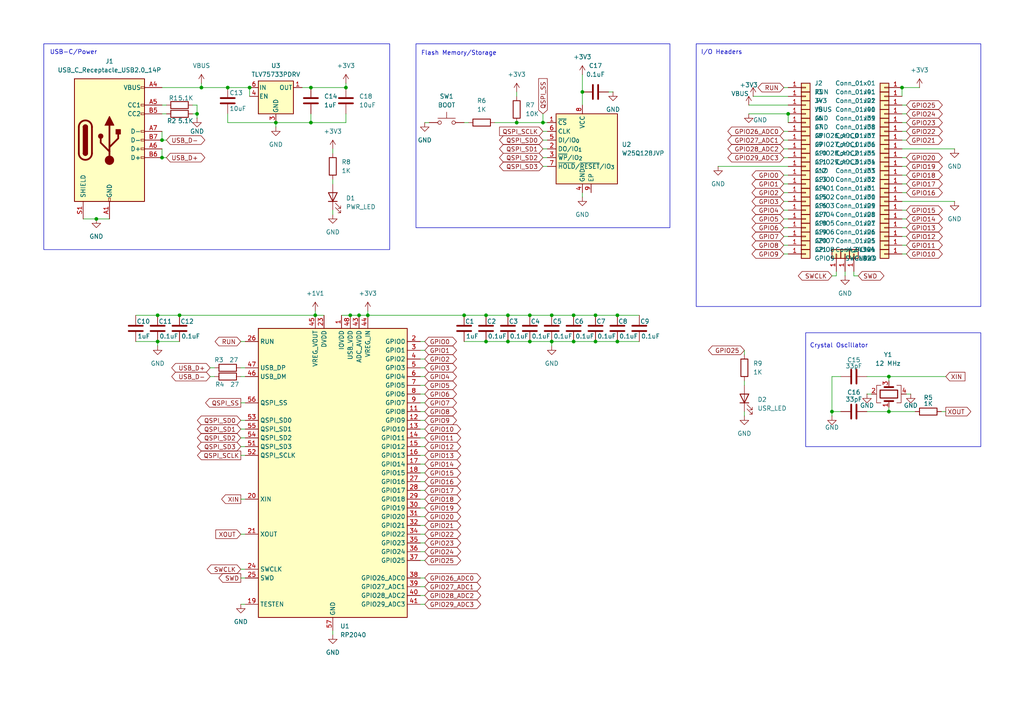
<source format=kicad_sch>
(kicad_sch (version 20250114) (generator "eeschema") (generator_version "9.0")
  (paper "A4")
  (rectangle (start 120.65 12.7) (end 194.31 66.04))
  (rectangle (start 233.68 96.52) (end 284.48 129.54))
  (rectangle (start 12.7 12.7) (end 113.03 72.39))
  (rectangle (start 201.93 12.7) (end 284.48 88.9))
  (text "USB-C/Power" (at 21.336 15.24 0) (effects (font (size 1.27 1.27))))
  (text "Crystal Oscillator" (at 243.332 100.33 0) (effects (font (size 1.27 1.27))))
  (text "Flash Memory/Storage" (at 133.096 15.494 0) (effects (font (size 1.27 1.27))))
  (text "I/O Headers\n" (at 209.296 15.24 0) (effects (font (size 1.27 1.27))))
  (junction (at 172.72 99.06))
  (junction (at 140.97 99.06))
  (junction (at 90.17 35.56))
  (junction (at 168.91 26.67))
  (junction (at 153.67 99.06))
  (junction (at 58.42 25.4))
  (junction (at 90.17 25.4))
  (junction (at 46.99 45.72))
  (junction (at 100.33 25.4))
  (junction (at 45.72 91.44))
  (junction (at 160.02 91.44))
  (junction (at 147.32 99.06))
  (junction (at 134.62 91.44))
  (junction (at 179.07 99.06))
  (junction (at 228.6 33.02))
  (junction (at 166.37 91.44))
  (junction (at 160.02 99.06))
  (junction (at 153.67 91.44))
  (junction (at 46.99 40.64))
  (junction (at 241.3 119.38))
  (junction (at 166.37 99.06))
  (junction (at 257.81 109.22))
  (junction (at 261.62 25.4))
  (junction (at 140.97 91.44))
  (junction (at 72.39 25.4))
  (junction (at 104.14 91.44))
  (junction (at 149.86 35.56))
  (junction (at 257.81 119.38))
  (junction (at 179.07 91.44))
  (junction (at 157.48 35.56))
  (junction (at 52.07 91.44))
  (junction (at 45.72 99.06))
  (junction (at 172.72 91.44))
  (junction (at 57.15 33.02))
  (junction (at 66.04 25.4))
  (junction (at 106.68 91.44))
  (junction (at 147.32 91.44))
  (junction (at 27.94 63.5))
  (junction (at 101.6 91.44))
  (junction (at 80.01 35.56))
  (junction (at 91.44 91.44))
  (wire (pts (xy 121.92 119.38) (xy 123.19 119.38)))
  (wire (pts (xy 46.99 33.02) (xy 48.26 33.02)))
  (wire (pts (xy 261.62 45.72) (xy 262.89 45.72)))
  (wire (pts (xy 69.85 116.84) (xy 71.12 116.84)))
  (wire (pts (xy 24.13 63.5) (xy 27.94 63.5)))
  (wire (pts (xy 179.07 99.06) (xy 185.42 99.06)))
  (wire (pts (xy 60.96 109.22) (xy 62.23 109.22)))
  (wire (pts (xy 106.68 91.44) (xy 134.62 91.44)))
  (wire (pts (xy 46.99 43.18) (xy 46.99 45.72)))
  (wire (pts (xy 168.91 21.59) (xy 168.91 26.67)))
  (wire (pts (xy 99.06 91.44) (xy 101.6 91.44)))
  (wire (pts (xy 87.63 25.4) (xy 90.17 25.4)))
  (wire (pts (xy 157.48 40.64) (xy 158.75 40.64)))
  (wire (pts (xy 121.92 144.78) (xy 123.19 144.78)))
  (wire (pts (xy 91.44 90.17) (xy 91.44 91.44)))
  (wire (pts (xy 227.33 63.5) (xy 228.6 63.5)))
  (wire (pts (xy 147.32 99.06) (xy 153.67 99.06)))
  (wire (pts (xy 227.33 55.88) (xy 228.6 55.88)))
  (wire (pts (xy 261.62 66.04) (xy 262.89 66.04)))
  (wire (pts (xy 69.85 129.54) (xy 71.12 129.54)))
  (wire (pts (xy 215.9 119.38) (xy 215.9 120.65)))
  (wire (pts (xy 157.48 43.18) (xy 158.75 43.18)))
  (wire (pts (xy 123.19 35.56) (xy 124.46 35.56)))
  (wire (pts (xy 121.92 116.84) (xy 123.19 116.84)))
  (wire (pts (xy 262.89 53.34) (xy 261.62 53.34)))
  (wire (pts (xy 39.37 99.06) (xy 45.72 99.06)))
  (wire (pts (xy 257.81 119.38) (xy 265.43 119.38)))
  (wire (pts (xy 227.33 71.12) (xy 228.6 71.12)))
  (wire (pts (xy 80.01 35.56) (xy 90.17 35.56)))
  (wire (pts (xy 166.37 91.44) (xy 172.72 91.44)))
  (wire (pts (xy 134.62 35.56) (xy 135.89 35.56)))
  (wire (pts (xy 261.62 35.56) (xy 262.89 35.56)))
  (wire (pts (xy 121.92 160.02) (xy 123.19 160.02)))
  (wire (pts (xy 227.33 73.66) (xy 228.6 73.66)))
  (wire (pts (xy 39.37 91.44) (xy 45.72 91.44)))
  (wire (pts (xy 160.02 99.06) (xy 166.37 99.06)))
  (wire (pts (xy 168.91 26.67) (xy 168.91 30.48)))
  (wire (pts (xy 208.28 48.26) (xy 228.6 48.26)))
  (wire (pts (xy 104.14 91.44) (xy 106.68 91.44)))
  (wire (pts (xy 69.85 175.26) (xy 71.12 175.26)))
  (wire (pts (xy 273.05 119.38) (xy 274.32 119.38)))
  (wire (pts (xy 121.92 157.48) (xy 123.19 157.48)))
  (wire (pts (xy 227.33 50.8) (xy 228.6 50.8)))
  (wire (pts (xy 121.92 154.94) (xy 123.19 154.94)))
  (wire (pts (xy 247.65 78.74) (xy 247.65 80.01)))
  (wire (pts (xy 241.3 119.38) (xy 243.84 119.38)))
  (wire (pts (xy 69.85 132.08) (xy 71.12 132.08)))
  (wire (pts (xy 140.97 91.44) (xy 147.32 91.44)))
  (wire (pts (xy 121.92 139.7) (xy 123.19 139.7)))
  (wire (pts (xy 227.33 58.42) (xy 228.6 58.42)))
  (wire (pts (xy 121.92 99.06) (xy 123.19 99.06)))
  (wire (pts (xy 227.33 53.34) (xy 228.6 53.34)))
  (wire (pts (xy 149.86 35.56) (xy 157.48 35.56)))
  (wire (pts (xy 121.92 142.24) (xy 123.19 142.24)))
  (wire (pts (xy 80.01 35.56) (xy 80.01 36.83)))
  (wire (pts (xy 227.33 66.04) (xy 228.6 66.04)))
  (wire (pts (xy 172.72 91.44) (xy 179.07 91.44)))
  (wire (pts (xy 66.04 25.4) (xy 72.39 25.4)))
  (wire (pts (xy 228.6 33.02) (xy 228.6 35.56)))
  (wire (pts (xy 121.92 129.54) (xy 123.19 129.54)))
  (wire (pts (xy 58.42 24.13) (xy 58.42 25.4)))
  (wire (pts (xy 27.94 63.5) (xy 31.75 63.5)))
  (wire (pts (xy 261.62 43.18) (xy 276.86 43.18)))
  (wire (pts (xy 69.85 127) (xy 71.12 127)))
  (wire (pts (xy 121.92 162.56) (xy 123.19 162.56)))
  (wire (pts (xy 90.17 25.4) (xy 100.33 25.4)))
  (wire (pts (xy 261.62 30.48) (xy 262.89 30.48)))
  (wire (pts (xy 121.92 172.72) (xy 123.19 172.72)))
  (wire (pts (xy 69.85 144.78) (xy 71.12 144.78)))
  (wire (pts (xy 261.62 73.66) (xy 262.89 73.66)))
  (wire (pts (xy 262.89 114.3) (xy 264.16 114.3)))
  (wire (pts (xy 69.85 109.22) (xy 71.12 109.22)))
  (wire (pts (xy 227.33 43.18) (xy 228.6 43.18)))
  (wire (pts (xy 58.42 25.4) (xy 66.04 25.4)))
  (wire (pts (xy 157.48 35.56) (xy 157.48 33.02)))
  (wire (pts (xy 251.46 114.3) (xy 252.73 114.3)))
  (wire (pts (xy 261.62 38.1) (xy 262.89 38.1)))
  (wire (pts (xy 215.9 101.6) (xy 215.9 102.87)))
  (wire (pts (xy 121.92 149.86) (xy 123.19 149.86)))
  (wire (pts (xy 69.85 124.46) (xy 71.12 124.46)))
  (wire (pts (xy 106.68 90.17) (xy 106.68 91.44)))
  (wire (pts (xy 245.11 78.74) (xy 245.11 80.01)))
  (wire (pts (xy 46.99 45.72) (xy 48.26 45.72)))
  (wire (pts (xy 147.32 91.44) (xy 153.67 91.44)))
  (wire (pts (xy 69.85 167.64) (xy 71.12 167.64)))
  (wire (pts (xy 251.46 109.22) (xy 257.81 109.22)))
  (wire (pts (xy 172.72 99.06) (xy 179.07 99.06)))
  (wire (pts (xy 241.3 119.38) (xy 241.3 120.65)))
  (wire (pts (xy 153.67 91.44) (xy 160.02 91.44)))
  (wire (pts (xy 261.62 33.02) (xy 262.89 33.02)))
  (wire (pts (xy 227.33 60.96) (xy 228.6 60.96)))
  (wire (pts (xy 121.92 175.26) (xy 123.19 175.26)))
  (wire (pts (xy 121.92 170.18) (xy 123.19 170.18)))
  (wire (pts (xy 134.62 99.06) (xy 140.97 99.06)))
  (wire (pts (xy 261.62 25.4) (xy 261.62 27.94)))
  (wire (pts (xy 143.51 35.56) (xy 149.86 35.56)))
  (wire (pts (xy 257.81 109.22) (xy 274.32 109.22)))
  (wire (pts (xy 121.92 147.32) (xy 123.19 147.32)))
  (wire (pts (xy 96.52 60.96) (xy 96.52 62.23)))
  (wire (pts (xy 45.72 99.06) (xy 52.07 99.06)))
  (wire (pts (xy 227.33 68.58) (xy 228.6 68.58)))
  (wire (pts (xy 121.92 109.22) (xy 123.19 109.22)))
  (wire (pts (xy 96.52 52.07) (xy 96.52 53.34)))
  (wire (pts (xy 46.99 30.48) (xy 48.26 30.48)))
  (wire (pts (xy 227.33 25.4) (xy 228.6 25.4)))
  (wire (pts (xy 96.52 43.18) (xy 96.52 44.45)))
  (wire (pts (xy 121.92 137.16) (xy 123.19 137.16)))
  (wire (pts (xy 55.88 30.48) (xy 57.15 30.48)))
  (wire (pts (xy 217.17 30.48) (xy 228.6 30.48)))
  (wire (pts (xy 215.9 110.49) (xy 215.9 111.76)))
  (wire (pts (xy 69.85 121.92) (xy 71.12 121.92)))
  (wire (pts (xy 134.62 91.44) (xy 140.97 91.44)))
  (wire (pts (xy 52.07 91.44) (xy 91.44 91.44)))
  (wire (pts (xy 241.3 109.22) (xy 241.3 119.38)))
  (wire (pts (xy 121.92 132.08) (xy 123.19 132.08)))
  (wire (pts (xy 227.33 38.1) (xy 228.6 38.1)))
  (wire (pts (xy 121.92 134.62) (xy 123.19 134.62)))
  (wire (pts (xy 227.33 45.72) (xy 228.6 45.72)))
  (wire (pts (xy 57.15 30.48) (xy 57.15 33.02)))
  (wire (pts (xy 261.62 58.42) (xy 276.86 58.42)))
  (wire (pts (xy 166.37 99.06) (xy 172.72 99.06)))
  (wire (pts (xy 241.3 80.01) (xy 242.57 80.01)))
  (wire (pts (xy 69.85 165.1) (xy 71.12 165.1)))
  (wire (pts (xy 121.92 114.3) (xy 123.19 114.3)))
  (wire (pts (xy 101.6 91.44) (xy 104.14 91.44)))
  (wire (pts (xy 157.48 38.1) (xy 158.75 38.1)))
  (wire (pts (xy 261.62 40.64) (xy 262.89 40.64)))
  (wire (pts (xy 100.33 33.02) (xy 100.33 35.56)))
  (wire (pts (xy 257.81 119.38) (xy 257.81 118.11)))
  (wire (pts (xy 46.99 25.4) (xy 58.42 25.4)))
  (wire (pts (xy 57.15 34.29) (xy 57.15 33.02)))
  (wire (pts (xy 251.46 119.38) (xy 257.81 119.38)))
  (wire (pts (xy 243.84 109.22) (xy 241.3 109.22)))
  (wire (pts (xy 121.92 106.68) (xy 123.19 106.68)))
  (wire (pts (xy 179.07 91.44) (xy 185.42 91.44)))
  (wire (pts (xy 121.92 152.4) (xy 123.19 152.4)))
  (wire (pts (xy 153.67 99.06) (xy 160.02 99.06)))
  (wire (pts (xy 160.02 91.44) (xy 166.37 91.44)))
  (wire (pts (xy 160.02 99.06) (xy 160.02 100.33)))
  (wire (pts (xy 218.44 27.94) (xy 228.6 27.94)))
  (wire (pts (xy 261.62 71.12) (xy 262.89 71.12)))
  (wire (pts (xy 261.62 50.8) (xy 262.89 50.8)))
  (wire (pts (xy 242.57 80.01) (xy 242.57 78.74)))
  (wire (pts (xy 157.48 45.72) (xy 158.75 45.72)))
  (wire (pts (xy 121.92 111.76) (xy 123.19 111.76)))
  (wire (pts (xy 158.75 35.56) (xy 157.48 35.56)))
  (wire (pts (xy 45.72 99.06) (xy 45.72 100.33)))
  (wire (pts (xy 121.92 127) (xy 123.19 127)))
  (wire (pts (xy 100.33 24.13) (xy 100.33 25.4)))
  (wire (pts (xy 69.85 154.94) (xy 71.12 154.94)))
  (wire (pts (xy 261.62 25.4) (xy 266.7 25.4)))
  (wire (pts (xy 261.62 48.26) (xy 262.89 48.26)))
  (wire (pts (xy 261.62 68.58) (xy 262.89 68.58)))
  (wire (pts (xy 66.04 35.56) (xy 66.04 33.02)))
  (wire (pts (xy 261.62 63.5) (xy 262.89 63.5)))
  (wire (pts (xy 100.33 35.56) (xy 90.17 35.56)))
  (wire (pts (xy 57.15 33.02) (xy 55.88 33.02)))
  (wire (pts (xy 262.89 55.88) (xy 261.62 55.88)))
  (wire (pts (xy 168.91 55.88) (xy 168.91 57.15)))
  (wire (pts (xy 96.52 182.88) (xy 96.52 184.15)))
  (wire (pts (xy 45.72 91.44) (xy 52.07 91.44)))
  (wire (pts (xy 121.92 104.14) (xy 123.19 104.14)))
  (wire (pts (xy 121.92 167.64) (xy 123.19 167.64)))
  (wire (pts (xy 176.53 26.67) (xy 177.8 26.67)))
  (wire (pts (xy 66.04 35.56) (xy 80.01 35.56)))
  (wire (pts (xy 69.85 106.68) (xy 71.12 106.68)))
  (wire (pts (xy 227.33 40.64) (xy 228.6 40.64)))
  (wire (pts (xy 261.62 60.96) (xy 262.89 60.96)))
  (wire (pts (xy 69.85 99.06) (xy 71.12 99.06)))
  (wire (pts (xy 46.99 38.1) (xy 46.99 40.64)))
  (wire (pts (xy 91.44 91.44) (xy 93.98 91.44)))
  (wire (pts (xy 257.81 109.22) (xy 257.81 110.49)))
  (wire (pts (xy 90.17 35.56) (xy 90.17 33.02)))
  (wire (pts (xy 121.92 124.46) (xy 123.19 124.46)))
  (wire (pts (xy 217.17 33.02) (xy 228.6 33.02)))
  (wire (pts (xy 247.65 80.01) (xy 248.92 80.01)))
  (wire (pts (xy 46.99 40.64) (xy 48.26 40.64)))
  (wire (pts (xy 121.92 101.6) (xy 123.19 101.6)))
  (wire (pts (xy 157.48 48.26) (xy 158.75 48.26)))
  (wire (pts (xy 60.96 106.68) (xy 62.23 106.68)))
  (wire (pts (xy 149.86 26.67) (xy 149.86 27.94)))
  (wire (pts (xy 121.92 121.92) (xy 123.19 121.92)))
  (wire (pts (xy 140.97 99.06) (xy 147.32 99.06)))
  (wire (pts (xy 72.39 25.4) (xy 72.39 27.94)))
  (global_label "GPIO9" (shape bidirectional) (at 227.33 73.66 180) (property "Intersheetrefs" "${INTERSHEET_REFS}" (effects (hide yes))))
  (global_label "GPIO12" (shape bidirectional) (at 123.19 129.54 0) (property "Intersheetrefs" "${INTERSHEET_REFS}" (effects (hide yes))))
  (global_label "GPIO6" (shape bidirectional) (at 227.33 66.04 180) (property "Intersheetrefs" "${INTERSHEET_REFS}" (effects (hide yes))))
  (global_label "QSPI_SD3" (shape bidirectional) (at 69.85 129.54 180) (property "Intersheetrefs" "${INTERSHEET_REFS}" (effects (hide yes))))
  (global_label "GPIO20" (shape bidirectional) (at 123.19 149.86 0) (property "Intersheetrefs" "${INTERSHEET_REFS}" (effects (hide yes))))
  (global_label "GPIO4" (shape bidirectional) (at 227.33 60.96 180) (property "Intersheetrefs" "${INTERSHEET_REFS}" (effects (hide yes))))
  (global_label "QSPI_SS" (shape input) (at 157.48 33.02 90) (property "Intersheetrefs" "${INTERSHEET_REFS}" (effects (hide yes))))
  (global_label "GPIO0" (shape bidirectional) (at 227.33 50.8 180) (property "Intersheetrefs" "${INTERSHEET_REFS}" (effects (hide yes))))
  (global_label "GPIO3" (shape bidirectional) (at 227.33 58.42 180) (property "Intersheetrefs" "${INTERSHEET_REFS}" (effects (hide yes))))
  (global_label "GPIO16" (shape bidirectional) (at 123.19 139.7 0) (property "Intersheetrefs" "${INTERSHEET_REFS}" (effects (hide yes))))
  (global_label "GPIO28_ADC2" (shape bidirectional) (at 123.19 172.72 0) (property "Intersheetrefs" "${INTERSHEET_REFS}" (effects (hide yes))))
  (global_label "GPIO20" (shape bidirectional) (at 262.89 45.72 0) (property "Intersheetrefs" "${INTERSHEET_REFS}" (effects (hide yes))))
  (global_label "GPIO5" (shape bidirectional) (at 123.19 111.76 0) (property "Intersheetrefs" "${INTERSHEET_REFS}" (effects (hide yes))))
  (global_label "USB_D+" (shape bidirectional) (at 60.96 106.68 180) (property "Intersheetrefs" "${INTERSHEET_REFS}" (effects (hide yes))))
  (global_label "GPIO8" (shape bidirectional) (at 123.19 119.38 0) (property "Intersheetrefs" "${INTERSHEET_REFS}" (effects (hide yes))))
  (global_label "GPIO22" (shape bidirectional) (at 123.19 154.94 0) (property "Intersheetrefs" "${INTERSHEET_REFS}" (effects (hide yes))))
  (global_label "QSPI_SS" (shape output) (at 69.85 116.84 180) (property "Intersheetrefs" "${INTERSHEET_REFS}" (effects (hide yes))))
  (global_label "QSPI_SD1" (shape bidirectional) (at 157.48 43.18 180) (property "Intersheetrefs" "${INTERSHEET_REFS}" (effects (hide yes))))
  (global_label "RUN" (shape bidirectional) (at 227.33 25.4 180) (property "Intersheetrefs" "${INTERSHEET_REFS}" (effects (hide yes))))
  (global_label "GPIO18" (shape bidirectional) (at 123.19 144.78 0) (property "Intersheetrefs" "${INTERSHEET_REFS}" (effects (hide yes))))
  (global_label "GPIO2" (shape bidirectional) (at 123.19 104.14 0) (property "Intersheetrefs" "${INTERSHEET_REFS}" (effects (hide yes))))
  (global_label "GPIO2" (shape bidirectional) (at 227.33 55.88 180) (property "Intersheetrefs" "${INTERSHEET_REFS}" (effects (hide yes))))
  (global_label "GPIO7" (shape bidirectional) (at 123.19 116.84 0) (property "Intersheetrefs" "${INTERSHEET_REFS}" (effects (hide yes))))
  (global_label "USB_D+" (shape bidirectional) (at 48.26 45.72 0) (property "Intersheetrefs" "${INTERSHEET_REFS}" (effects (hide yes))))
  (global_label "USB_D-" (shape bidirectional) (at 60.96 109.22 180) (property "Intersheetrefs" "${INTERSHEET_REFS}" (effects (hide yes))))
  (global_label "GPIO25" (shape bidirectional) (at 262.89 30.48 0) (property "Intersheetrefs" "${INTERSHEET_REFS}" (effects (hide yes))))
  (global_label "QSPI_SCLK" (shape output) (at 69.85 132.08 180) (property "Intersheetrefs" "${INTERSHEET_REFS}" (effects (hide yes))))
  (global_label "GPIO27_ADC1" (shape bidirectional) (at 123.19 170.18 0) (property "Intersheetrefs" "${INTERSHEET_REFS}" (effects (hide yes))))
  (global_label "GPIO15" (shape bidirectional) (at 262.89 60.96 0) (property "Intersheetrefs" "${INTERSHEET_REFS}" (effects (hide yes))))
  (global_label "USB_D-" (shape bidirectional) (at 48.26 40.64 0) (property "Intersheetrefs" "${INTERSHEET_REFS}" (effects (hide yes))))
  (global_label "QSPI_SD0" (shape bidirectional) (at 69.85 121.92 180) (property "Intersheetrefs" "${INTERSHEET_REFS}" (effects (hide yes))))
  (global_label "GPIO21" (shape bidirectional) (at 262.89 40.64 0) (property "Intersheetrefs" "${INTERSHEET_REFS}" (effects (hide yes))))
  (global_label "QSPI_SD1" (shape bidirectional) (at 69.85 124.46 180) (property "Intersheetrefs" "${INTERSHEET_REFS}" (effects (hide yes))))
  (global_label "SWD" (shape bidirectional) (at 248.92 80.01 0) (property "Intersheetrefs" "${INTERSHEET_REFS}" (effects (hide yes))))
  (global_label "GPIO3" (shape bidirectional) (at 123.19 106.68 0) (property "Intersheetrefs" "${INTERSHEET_REFS}" (effects (hide yes))))
  (global_label "GPIO22" (shape bidirectional) (at 262.89 38.1 0) (property "Intersheetrefs" "${INTERSHEET_REFS}" (effects (hide yes))))
  (global_label "GPIO29_ADC3" (shape bidirectional) (at 123.19 175.26 0) (property "Intersheetrefs" "${INTERSHEET_REFS}" (effects (hide yes))))
  (global_label "GPIO18" (shape bidirectional) (at 262.89 50.8 0) (property "Intersheetrefs" "${INTERSHEET_REFS}" (effects (hide yes))))
  (global_label "GPIO19" (shape bidirectional) (at 262.89 48.26 0) (property "Intersheetrefs" "${INTERSHEET_REFS}" (effects (hide yes))))
  (global_label "GPIO13" (shape bidirectional) (at 123.19 132.08 0) (property "Intersheetrefs" "${INTERSHEET_REFS}" (effects (hide yes))))
  (global_label "GPIO25" (shape bidirectional) (at 215.9 101.6 180) (property "Intersheetrefs" "${INTERSHEET_REFS}" (effects (hide yes))))
  (global_label "GPIO12" (shape bidirectional) (at 262.89 68.58 0) (property "Intersheetrefs" "${INTERSHEET_REFS}" (effects (hide yes))))
  (global_label "GPIO16" (shape bidirectional) (at 262.89 55.88 0) (property "Intersheetrefs" "${INTERSHEET_REFS}" (effects (hide yes))))
  (global_label "GPIO9" (shape bidirectional) (at 123.19 121.92 0) (property "Intersheetrefs" "${INTERSHEET_REFS}" (effects (hide yes))))
  (global_label "QSPI_SD0" (shape bidirectional) (at 157.48 40.64 180) (property "Intersheetrefs" "${INTERSHEET_REFS}" (effects (hide yes))))
  (global_label "GPIO10" (shape bidirectional) (at 123.19 124.46 0) (property "Intersheetrefs" "${INTERSHEET_REFS}" (effects (hide yes))))
  (global_label "GPIO11" (shape bidirectional) (at 123.19 127 0) (property "Intersheetrefs" "${INTERSHEET_REFS}" (effects (hide yes))))
  (global_label "GPIO15" (shape bidirectional) (at 123.19 137.16 0) (property "Intersheetrefs" "${INTERSHEET_REFS}" (effects (hide yes))))
  (global_label "GPIO19" (shape bidirectional) (at 123.19 147.32 0) (property "Intersheetrefs" "${INTERSHEET_REFS}" (effects (hide yes))))
  (global_label "GPIO27_ADC1" (shape bidirectional) (at 227.33 40.64 180) (property "Intersheetrefs" "${INTERSHEET_REFS}" (effects (hide yes))))
  (global_label "XOUT" (shape output) (at 274.32 119.38 0) (property "Intersheetrefs" "${INTERSHEET_REFS}" (effects (hide yes))))
  (global_label "SWD" (shape output) (at 69.85 167.64 180) (property "Intersheetrefs" "${INTERSHEET_REFS}" (effects (hide yes))))
  (global_label "GPIO7" (shape bidirectional) (at 227.33 68.58 180) (property "Intersheetrefs" "${INTERSHEET_REFS}" (effects (hide yes))))
  (global_label "GPIO29_ADC3" (shape bidirectional) (at 227.33 45.72 180) (property "Intersheetrefs" "${INTERSHEET_REFS}" (effects (hide yes))))
  (global_label "GPIO23" (shape bidirectional) (at 262.89 35.56 0) (property "Intersheetrefs" "${INTERSHEET_REFS}" (effects (hide yes))))
  (global_label "GPIO28_ADC2" (shape bidirectional) (at 227.33 43.18 180) (property "Intersheetrefs" "${INTERSHEET_REFS}" (effects (hide yes))))
  (global_label "GPIO17" (shape bidirectional) (at 123.19 142.24 0) (property "Intersheetrefs" "${INTERSHEET_REFS}" (effects (hide yes))))
  (global_label "QSPI_SD2" (shape bidirectional) (at 69.85 127 180) (property "Intersheetrefs" "${INTERSHEET_REFS}" (effects (hide yes))))
  (global_label "GPIO1" (shape bidirectional) (at 227.33 53.34 180) (property "Intersheetrefs" "${INTERSHEET_REFS}" (effects (hide yes))))
  (global_label "GPIO24" (shape bidirectional) (at 123.19 160.02 0) (property "Intersheetrefs" "${INTERSHEET_REFS}" (effects (hide yes))))
  (global_label "GPIO10" (shape bidirectional) (at 262.89 73.66 0) (property "Intersheetrefs" "${INTERSHEET_REFS}" (effects (hide yes))))
  (global_label "GPIO5" (shape bidirectional) (at 227.33 63.5 180) (property "Intersheetrefs" "${INTERSHEET_REFS}" (effects (hide yes))))
  (global_label "GPIO8" (shape bidirectional) (at 227.33 71.12 180) (property "Intersheetrefs" "${INTERSHEET_REFS}" (effects (hide yes))))
  (global_label "QSPI_SD2" (shape bidirectional) (at 157.48 45.72 180) (property "Intersheetrefs" "${INTERSHEET_REFS}" (effects (hide yes))))
  (global_label "SWCLK" (shape bidirectional) (at 69.85 165.1 180) (property "Intersheetrefs" "${INTERSHEET_REFS}" (effects (hide yes))))
  (global_label "GPIO25" (shape bidirectional) (at 123.19 162.56 0) (property "Intersheetrefs" "${INTERSHEET_REFS}" (effects (hide yes))))
  (global_label "QSPI_SD3" (shape bidirectional) (at 157.48 48.26 180) (property "Intersheetrefs" "${INTERSHEET_REFS}" (effects (hide yes))))
  (global_label "GPIO14" (shape bidirectional) (at 123.19 134.62 0) (property "Intersheetrefs" "${INTERSHEET_REFS}" (effects (hide yes))))
  (global_label "GPIO23" (shape bidirectional) (at 123.19 157.48 0) (property "Intersheetrefs" "${INTERSHEET_REFS}" (effects (hide yes))))
  (global_label "RUN" (shape bidirectional) (at 69.85 99.06 180) (property "Intersheetrefs" "${INTERSHEET_REFS}" (effects (hide yes))))
  (global_label "XIN" (shape input) (at 274.32 109.22 0) (property "Intersheetrefs" "${INTERSHEET_REFS}" (effects (hide yes))))
  (global_label "GPIO26_ADC0" (shape bidirectional) (at 227.33 38.1 180) (property "Intersheetrefs" "${INTERSHEET_REFS}" (effects (hide yes))))
  (global_label "GPIO17" (shape bidirectional) (at 262.89 53.34 0) (property "Intersheetrefs" "${INTERSHEET_REFS}" (effects (hide yes))))
  (global_label "GPIO14" (shape bidirectional) (at 262.89 63.5 0) (property "Intersheetrefs" "${INTERSHEET_REFS}" (effects (hide yes))))
  (global_label "XOUT" (shape input) (at 69.85 154.94 180) (property "Intersheetrefs" "${INTERSHEET_REFS}" (effects (hide yes))))
  (global_label "GPIO6" (shape bidirectional) (at 123.19 114.3 0) (property "Intersheetrefs" "${INTERSHEET_REFS}" (effects (hide yes))))
  (global_label "GPIO4" (shape bidirectional) (at 123.19 109.22 0) (property "Intersheetrefs" "${INTERSHEET_REFS}" (effects (hide yes))))
  (global_label "GPIO0" (shape bidirectional) (at 123.19 99.06 0) (property "Intersheetrefs" "${INTERSHEET_REFS}" (effects (hide yes))))
  (global_label "GPIO1" (shape bidirectional) (at 123.19 101.6 0) (property "Intersheetrefs" "${INTERSHEET_REFS}" (effects (hide yes))))
  (global_label "GPIO13" (shape bidirectional) (at 262.89 66.04 0) (property "Intersheetrefs" "${INTERSHEET_REFS}" (effects (hide yes))))
  (global_label "SWCLK" (shape bidirectional) (at 241.3 80.01 180) (property "Intersheetrefs" "${INTERSHEET_REFS}" (effects (hide yes))))
  (global_label "GPIO24" (shape bidirectional) (at 262.89 33.02 0) (property "Intersheetrefs" "${INTERSHEET_REFS}" (effects (hide yes))))
  (global_label "QSPI_SCLK" (shape input) (at 157.48 38.1 180) (property "Intersheetrefs" "${INTERSHEET_REFS}" (effects (hide yes))))
  (global_label "GPIO11" (shape bidirectional) (at 262.89 71.12 0) (property "Intersheetrefs" "${INTERSHEET_REFS}" (effects (hide yes))))
  (global_label "GPIO21" (shape bidirectional) (at 123.19 152.4 0) (property "Intersheetrefs" "${INTERSHEET_REFS}" (effects (hide yes))))
  (global_label "GPIO26_ADC0" (shape bidirectional) (at 123.19 167.64 0) (property "Intersheetrefs" "${INTERSHEET_REFS}" (effects (hide yes))))
  (global_label "XIN" (shape output) (at 69.85 144.78 180) (property "Intersheetrefs" "${INTERSHEET_REFS}" (effects (hide yes))))
  (symbol (lib_id "power:GND") (at 276.86 43.18 0) (unit 1)
    (property "Reference" "#PWR028" (effects (hide yes)))
    (property "Value" "GND" (at 276.86 48.26 0))
    (property "Description" "Power symbol creates a global label with name \"GND\" , ground" (effects (hide yes)))
  )
  (symbol (lib_id "Connector_Generic:Conn_01x01") (at 256.54 33.02 180) (unit 1)
    (property "Reference" "J39" (at 254 34.2901 0) (effects (justify left)))
    (property "Value" "Conn_01x01" (at 254 31.7501 0) (effects (justify left)))
    (property "Footprint" "Connector_Wire:SolderWirePad_1x01_SMD_1x2mm" (effects (hide yes)))
    (property "Description" "Generic connector, single row, 01x01, script generated (kicad-library-utils/schlib/autogen/connector/)" (effects (hide yes)))
  )
  (symbol (lib_id "Device:LED") (at 96.52 57.15 90) (unit 1)
    (property "Reference" "D1" (at 100.33 57.4674 90) (effects (justify right)))
    (property "Value" "PWR_LED" (at 100.33 60.0074 90) (effects (justify right)))
    (property "Footprint" "LED_SMD:LED_0402_1005Metric" (effects (hide yes)))
    (property "Description" "Light emitting diode" (effects (hide yes)))
    (property "Sim.Pins" "1=K 2=A" (effects (hide yes)))
  )
  (symbol (lib_id "Device:R") (at 215.9 106.68 0) (unit 1)
    (property "Reference" "R9" (at 218.44 105.4099 0) (effects (justify left)))
    (property "Value" "1K" (at 218.44 107.9499 0) (effects (justify left)))
    (property "Footprint" "Resistor_SMD:R_0402_1005Metric" (effects (hide yes)))
    (property "Description" "Resistor" (effects (hide yes)))
  )
  (symbol (lib_id "Connector_Generic:Conn_01x01") (at 233.68 58.42 0) (unit 1)
    (property "Reference" "J15" (at 236.22 57.1499 0) (effects (justify left)))
    (property "Value" "GPIO3" (at 236.22 59.6899 0) (effects (justify left)))
    (property "Footprint" "Connector_Wire:SolderWirePad_1x01_SMD_1x2mm" (effects (hide yes)))
    (property "Description" "Generic connector, single row, 01x01, script generated (kicad-library-utils/schlib/autogen/connector/)" (effects (hide yes)))
  )
  (symbol (lib_id "power:GND") (at 264.16 114.3 0) (unit 1)
    (property "Reference" "#PWR014" (effects (hide yes)))
    (property "Value" "GND" (at 264.16 117.602 0))
    (property "Description" "Power symbol creates a global label with name \"GND\" , ground" (effects (hide yes)))
  )
  (symbol (lib_id "power:GND") (at 241.3 120.65 0) (unit 1)
    (property "Reference" "#PWR015" (effects (hide yes)))
    (property "Value" "GND" (at 241.3 123.952 0))
    (property "Description" "Power symbol creates a global label with name \"GND\" , ground" (effects (hide yes)))
  )
  (symbol (lib_id "Connector_Generic:Conn_01x01") (at 256.54 50.8 180) (unit 1)
    (property "Reference" "J32" (at 254 52.0701 0) (effects (justify left)))
    (property "Value" "Conn_01x01" (at 254 49.5301 0) (effects (justify left)))
    (property "Footprint" "Connector_Wire:SolderWirePad_1x01_SMD_1x2mm" (effects (hide yes)))
    (property "Description" "Generic connector, single row, 01x01, script generated (kicad-library-utils/schlib/autogen/connector/)" (effects (hide yes)))
  )
  (symbol (lib_id "Connector_Generic:Conn_01x01") (at 233.68 45.72 0) (unit 1)
    (property "Reference" "J10" (at 236.22 44.4499 0) (effects (justify left)))
    (property "Value" "GPIO29_ADC3" (at 236.22 46.9899 0) (effects (justify left)))
    (property "Footprint" "Connector_Wire:SolderWirePad_1x01_SMD_1x2mm" (effects (hide yes)))
    (property "Description" "Generic connector, single row, 01x01, script generated (kicad-library-utils/schlib/autogen/connector/)" (effects (hide yes)))
  )
  (symbol (lib_id "power:GND") (at 215.9 120.65 0) (unit 1)
    (property "Reference" "#PWR032" (effects (hide yes)))
    (property "Value" "GND" (at 215.9 125.73 0))
    (property "Description" "Power symbol creates a global label with name \"GND\" , ground" (effects (hide yes)))
  )
  (symbol (lib_id "Connector_Generic:Conn_01x01") (at 256.54 58.42 180) (unit 1)
    (property "Reference" "J29" (at 254 59.6901 0) (effects (justify left)))
    (property "Value" "Conn_01x01" (at 254 57.1501 0) (effects (justify left)))
    (property "Footprint" "Connector_Wire:SolderWirePad_1x01_SMD_1x2mm" (effects (hide yes)))
    (property "Description" "Generic connector, single row, 01x01, script generated (kicad-library-utils/schlib/autogen/connector/)" (effects (hide yes)))
  )
  (symbol (lib_id "power:+3V3") (at 100.33 24.13 0) (unit 1)
    (property "Reference" "#PWR012" (effects (hide yes)))
    (property "Value" "+3V3" (at 100.33 19.05 0))
    (property "Description" "Power symbol creates a global label with name \"+3V3\"" (effects (hide yes)))
  )
  (symbol (lib_id "Device:C") (at 247.65 119.38 90) (unit 1)
    (property "Reference" "C16" (at 247.65 113.792 90))
    (property "Value" "33pF" (at 247.65 115.824 90))
    (property "Footprint" "Capacitor_SMD:C_0402_1005Metric" (effects (hide yes)))
    (property "Description" "Unpolarized capacitor" (effects (hide yes)))
  )
  (symbol (lib_id "power:+3V3") (at 168.91 21.59 0) (unit 1)
    (property "Reference" "#PWR018" (effects (hide yes)))
    (property "Value" "+3V3" (at 168.91 16.51 0))
    (property "Description" "Power symbol creates a global label with name \"+3V3\"" (effects (hide yes)))
  )
  (symbol (lib_id "Connector_Generic:Conn_01x01") (at 233.68 60.96 0) (unit 1)
    (property "Reference" "J16" (at 236.22 59.6899 0) (effects (justify left)))
    (property "Value" "GPIO4" (at 236.22 62.2299 0) (effects (justify left)))
    (property "Footprint" "Connector_Wire:SolderWirePad_1x01_SMD_1x2mm" (effects (hide yes)))
    (property "Description" "Generic connector, single row, 01x01, script generated (kicad-library-utils/schlib/autogen/connector/)" (effects (hide yes)))
  )
  (symbol (lib_id "Device:R") (at 269.24 119.38 90) (unit 1)
    (property "Reference" "R5" (at 269.24 115.316 90))
    (property "Value" "1K" (at 269.24 117.094 90))
    (property "Footprint" "Resistor_SMD:R_0402_1005Metric" (effects (hide yes)))
    (property "Description" "Resistor" (effects (hide yes)))
  )
  (symbol (lib_id "power:+3V3") (at 266.7 25.4 0) (unit 1)
    (property "Reference" "#PWR029" (effects (hide yes)))
    (property "Value" "+3V3" (at 266.7 20.32 0))
    (property "Description" "Power symbol creates a global label with name \"+3V3\"" (effects (hide yes)))
  )
  (symbol (lib_id "Connector_Generic:Conn_01x01") (at 256.54 48.26 180) (unit 1)
    (property "Reference" "J33" (at 254 49.5301 0) (effects (justify left)))
    (property "Value" "Conn_01x01" (at 254 46.9901 0) (effects (justify left)))
    (property "Footprint" "Connector_Wire:SolderWirePad_1x01_SMD_1x2mm" (effects (hide yes)))
    (property "Description" "Generic connector, single row, 01x01, script generated (kicad-library-utils/schlib/autogen/connector/)" (effects (hide yes)))
  )
  (symbol (lib_id "Connector_Generic:Conn_01x01") (at 233.68 68.58 0) (unit 1)
    (property "Reference" "J19" (at 236.22 67.3099 0) (effects (justify left)))
    (property "Value" "GPIO7" (at 236.22 69.8499 0) (effects (justify left)))
    (property "Footprint" "Connector_Wire:SolderWirePad_1x01_SMD_1x2mm" (effects (hide yes)))
    (property "Description" "Generic connector, single row, 01x01, script generated (kicad-library-utils/schlib/autogen/connector/)" (effects (hide yes)))
  )
  (symbol (lib_id "Connector_Generic:Conn_01x01") (at 256.54 55.88 180) (unit 1)
    (property "Reference" "J30" (at 254 57.1501 0) (effects (justify left)))
    (property "Value" "Conn_01x01" (at 254 54.6101 0) (effects (justify left)))
    (property "Footprint" "Connector_Wire:SolderWirePad_1x01_SMD_1x2mm" (effects (hide yes)))
    (property "Description" "Generic connector, single row, 01x01, script generated (kicad-library-utils/schlib/autogen/connector/)" (effects (hide yes)))
  )
  (symbol (lib_id "Connector_Generic:Conn_01x01") (at 233.68 48.26 0) (unit 1)
    (property "Reference" "J11" (at 236.22 46.9899 0) (effects (justify left)))
    (property "Value" "GND" (at 236.22 49.5299 0) (effects (justify left)))
    (property "Footprint" "Connector_Wire:SolderWirePad_1x01_SMD_1x2mm" (effects (hide yes)))
    (property "Description" "Generic connector, single row, 01x01, script generated (kicad-library-utils/schlib/autogen/connector/)" (effects (hide yes)))
  )
  (symbol (lib_id "Device:Crystal_GND24") (at 257.81 114.3 90) (unit 1)
    (property "Reference" "Y1" (at 257.556 102.87 90))
    (property "Value" "12 MHz" (at 257.556 105.41 90))
    (property "Footprint" "Crystal:Crystal_SMD_3225-4Pin_3.2x2.5mm" (effects (hide yes)))
    (property "Description" "Four pin crystal, GND on pins 2 and 4" (effects (hide yes)))
  )
  (symbol (lib_id "Connector_Generic:Conn_01x01") (at 233.68 35.56 0) (unit 1)
    (property "Reference" "J6" (at 236.22 34.2899 0) (effects (justify left)))
    (property "Value" "GND" (at 236.22 36.8299 0) (effects (justify left)))
    (property "Footprint" "Connector_Wire:SolderWirePad_1x01_SMD_1x2mm" (effects (hide yes)))
    (property "Description" "Generic connector, single row, 01x01, script generated (kicad-library-utils/schlib/autogen/connector/)" (effects (hide yes)))
  )
  (symbol (lib_id "Device:C") (at 39.37 95.25 0) (unit 1)
    (property "Reference" "C10" (at 39.624 93.218 0) (effects (justify left)))
    (property "Value" "1uF" (at 39.878 97.536 0) (effects (justify left)))
    (property "Footprint" "Capacitor_SMD:C_0402_1005Metric" (effects (hide yes)))
    (property "Description" "Unpolarized capacitor" (effects (hide yes)))
  )
  (symbol (lib_id "Connector_Generic:Conn_01x01") (at 233.68 55.88 0) (unit 1)
    (property "Reference" "J14" (at 236.22 54.6099 0) (effects (justify left)))
    (property "Value" "GPIO2" (at 236.22 57.1499 0) (effects (justify left)))
    (property "Footprint" "Connector_Wire:SolderWirePad_1x01_SMD_1x2mm" (effects (hide yes)))
    (property "Description" "Generic connector, single row, 01x01, script generated (kicad-library-utils/schlib/autogen/connector/)" (effects (hide yes)))
  )
  (symbol (lib_id "Connector_Generic:Conn_01x01") (at 233.68 71.12 0) (unit 1)
    (property "Reference" "J20" (at 236.22 69.8499 0) (effects (justify left)))
    (property "Value" "GPIO8" (at 236.22 72.3899 0) (effects (justify left)))
    (property "Footprint" "Connector_Wire:SolderWirePad_1x01_SMD_1x2mm" (effects (hide yes)))
    (property "Description" "Generic connector, single row, 01x01, script generated (kicad-library-utils/schlib/autogen/connector/)" (effects (hide yes)))
  )
  (symbol (lib_id "Connector_Generic:Conn_01x01") (at 242.57 73.66 90) (unit 1)
    (property "Reference" "J42" (at 245.11 72.3899 90) (effects (justify right)))
    (property "Value" "SWCLK" (at 245.11 74.9299 90) (effects (justify right)))
    (property "Footprint" "Connector_Wire:SolderWirePad_1x01_SMD_1x2mm" (effects (hide yes)))
    (property "Description" "Generic connector, single row, 01x01, script generated (kicad-library-utils/schlib/autogen/connector/)" (effects (hide yes)))
  )
  (symbol (lib_id "power:VBUS") (at 58.42 24.13 0) (unit 1)
    (property "Reference" "#PWR011" (effects (hide yes)))
    (property "Value" "VBUS" (at 58.42 19.05 0))
    (property "Description" "Power symbol creates a global label with name \"VBUS\"" (effects (hide yes)))
  )
  (symbol (lib_id "power:GND") (at 80.01 36.83 0) (unit 1)
    (property "Reference" "#PWR010" (effects (hide yes)))
    (property "Value" "GND" (at 80.01 41.91 0))
    (property "Description" "Power symbol creates a global label with name \"GND\" , ground" (effects (hide yes)))
  )
  (symbol (lib_id "Connector_Generic:Conn_01x01") (at 233.68 38.1 0) (unit 1)
    (property "Reference" "J7" (at 236.22 36.8299 0) (effects (justify left)))
    (property "Value" "GPIO26_ADC0" (at 236.22 39.3699 0) (effects (justify left)))
    (property "Footprint" "Connector_Wire:SolderWirePad_1x01_SMD_1x2mm" (effects (hide yes)))
    (property "Description" "Generic connector, single row, 01x01, script generated (kicad-library-utils/schlib/autogen/connector/)" (effects (hide yes)))
  )
  (symbol (lib_id "power:GND") (at 168.91 57.15 0) (unit 1)
    (property "Reference" "#PWR017" (effects (hide yes)))
    (property "Value" "GND" (at 168.91 62.23 0))
    (property "Description" "Power symbol creates a global label with name \"GND\" , ground" (effects (hide yes)))
  )
  (symbol (lib_id "power:GND") (at 217.17 33.02 0) (unit 1)
    (property "Reference" "#PWR024" (effects (hide yes)))
    (property "Value" "GND" (at 220.472 34.798 0))
    (property "Description" "Power symbol creates a global label with name \"GND\" , ground" (effects (hide yes)))
  )
  (symbol (lib_id "Device:C") (at 140.97 95.25 0) (unit 1)
    (property "Reference" "C2" (at 141.224 93.218 0) (effects (justify left)))
    (property "Value" "0.1uF" (at 141.478 97.536 0) (effects (justify left)))
    (property "Footprint" "Capacitor_SMD:C_0402_1005Metric" (effects (hide yes)))
    (property "Description" "Unpolarized capacitor" (effects (hide yes)))
  )
  (symbol (lib_id "power:+3V3") (at 106.68 90.17 0) (unit 1)
    (property "Reference" "#PWR01" (effects (hide yes)))
    (property "Value" "+3V3" (at 106.68 85.09 0))
    (property "Description" "Power symbol creates a global label with name \"+3V3\"" (effects (hide yes)))
  )
  (symbol (lib_id "Connector_Generic:Conn_01x01") (at 256.54 71.12 180) (unit 1)
    (property "Reference" "J24" (at 254 72.3901 0) (effects (justify left)))
    (property "Value" "Conn_01x01" (at 254 69.8501 0) (effects (justify left)))
    (property "Footprint" "Connector_Wire:SolderWirePad_1x01_SMD_1x2mm" (effects (hide yes)))
    (property "Description" "Generic connector, single row, 01x01, script generated (kicad-library-utils/schlib/autogen/connector/)" (effects (hide yes)))
  )
  (symbol (lib_id "Connector_Generic:Conn_01x01") (at 256.54 43.18 180) (unit 1)
    (property "Reference" "J35" (at 254 44.4501 0) (effects (justify left)))
    (property "Value" "Conn_01x01" (at 254 41.9101 0) (effects (justify left)))
    (property "Footprint" "Connector_Wire:SolderWirePad_1x01_SMD_1x2mm" (effects (hide yes)))
    (property "Description" "Generic connector, single row, 01x01, script generated (kicad-library-utils/schlib/autogen/connector/)" (effects (hide yes)))
  )
  (symbol (lib_id "Connector_Generic:Conn_01x01") (at 256.54 60.96 180) (unit 1)
    (property "Reference" "J28" (at 254 62.2301 0) (effects (justify left)))
    (property "Value" "Conn_01x01" (at 254 59.6901 0) (effects (justify left)))
    (property "Footprint" "Connector_Wire:SolderWirePad_1x01_SMD_1x2mm" (effects (hide yes)))
    (property "Description" "Generic connector, single row, 01x01, script generated (kicad-library-utils/schlib/autogen/connector/)" (effects (hide yes)))
  )
  (symbol (lib_id "Device:C") (at 185.42 95.25 0) (unit 1)
    (property "Reference" "C9" (at 185.674 93.218 0) (effects (justify left)))
    (property "Value" "0.1uF" (at 185.928 97.536 0) (effects (justify left)))
    (property "Footprint" "Capacitor_SMD:C_0402_1005Metric" (effects (hide yes)))
    (property "Description" "Unpolarized capacitor" (effects (hide yes)))
  )
  (symbol (lib_id "Connector_Generic:Conn_01x01") (at 233.68 43.18 0) (unit 1)
    (property "Reference" "J9" (at 236.22 41.9099 0) (effects (justify left)))
    (property "Value" "GPIO28_ADC2" (at 236.22 44.4499 0) (effects (justify left)))
    (property "Footprint" "Connector_Wire:SolderWirePad_1x01_SMD_1x2mm" (effects (hide yes)))
    (property "Description" "Generic connector, single row, 01x01, script generated (kicad-library-utils/schlib/autogen/connector/)" (effects (hide yes)))
  )
  (symbol (lib_id "Device:C") (at 179.07 95.25 0) (unit 1)
    (property "Reference" "C8" (at 179.324 93.218 0) (effects (justify left)))
    (property "Value" "0.1uF" (at 179.578 97.536 0) (effects (justify left)))
    (property "Footprint" "Capacitor_SMD:C_0402_1005Metric" (effects (hide yes)))
    (property "Description" "Unpolarized capacitor" (effects (hide yes)))
  )
  (symbol (lib_id "Device:C") (at 247.65 109.22 90) (unit 1)
    (property "Reference" "C15" (at 247.65 104.394 90))
    (property "Value" "33pF" (at 247.65 106.172 90))
    (property "Footprint" "Capacitor_SMD:C_0402_1005Metric" (effects (hide yes)))
    (property "Description" "Unpolarized capacitor" (effects (hide yes)))
  )
  (symbol (lib_id "power:GND") (at 245.11 80.01 0) (unit 1)
    (property "Reference" "#PWR025" (effects (hide yes)))
    (property "Value" "GND" (at 245.11 85.09 0))
    (property "Description" "Power symbol creates a global label with name \"GND\" , ground" (effects (hide yes)))
  )
  (symbol (lib_id "power:GND") (at 177.8 26.67 0) (unit 1)
    (property "Reference" "#PWR019" (effects (hide yes)))
    (property "Value" "GND" (at 177.8 31.75 0))
    (property "Description" "Power symbol creates a global label with name \"GND\" , ground" (effects (hide yes)))
  )
  (symbol (lib_id "Connector_Generic:Conn_01x01") (at 233.68 27.94 0) (unit 1)
    (property "Reference" "J3" (at 236.22 26.6699 0) (effects (justify left)))
    (property "Value" "3V3" (at 236.22 29.2099 0) (effects (justify left)))
    (property "Footprint" "Connector_Wire:SolderWirePad_1x01_SMD_1x2mm" (effects (hide yes)))
    (property "Description" "Generic connector, single row, 01x01, script generated (kicad-library-utils/schlib/autogen/connector/)" (effects (hide yes)))
  )
  (symbol (lib_id "power:+1V1") (at 91.44 90.17 0) (unit 1)
    (property "Reference" "#PWR02" (effects (hide yes)))
    (property "Value" "+1V1" (at 91.44 85.09 0))
    (property "Description" "Power symbol creates a global label with name \"+1V1\"" (effects (hide yes)))
  )
  (symbol (lib_id "power:+3V3") (at 96.52 43.18 0) (unit 1)
    (property "Reference" "#PWR031" (effects (hide yes)))
    (property "Value" "+3V3" (at 96.52 38.1 0))
    (property "Description" "Power symbol creates a global label with name \"+3V3\"" (effects (hide yes)))
  )
  (symbol (lib_id "Device:R") (at 149.86 31.75 180) (unit 1)
    (property "Reference" "R7" (at 152.4 30.4799 0) (effects (justify right)))
    (property "Value" "10K" (at 152.4 33.0199 0) (effects (justify right)))
    (property "Footprint" "Resistor_SMD:R_0402_1005Metric" (effects (hide yes)))
    (property "Description" "Resistor" (effects (hide yes)))
  )
  (symbol (lib_id "Connector_Generic:Conn_01x01") (at 256.54 38.1 180) (unit 1)
    (property "Reference" "J37" (at 254 39.3701 0) (effects (justify left)))
    (property "Value" "Conn_01x01" (at 254 36.8301 0) (effects (justify left)))
    (property "Footprint" "Connector_Wire:SolderWirePad_1x01_SMD_1x2mm" (effects (hide yes)))
    (property "Description" "Generic connector, single row, 01x01, script generated (kicad-library-utils/schlib/autogen/connector/)" (effects (hide yes)))
  )
  (symbol (lib_id "Connector_Generic:Conn_01x01") (at 233.68 30.48 0) (unit 1)
    (property "Reference" "J4" (at 236.22 29.2099 0) (effects (justify left)))
    (property "Value" "VBUS" (at 236.22 31.7499 0) (effects (justify left)))
    (property "Footprint" "Connector_Wire:SolderWirePad_1x01_SMD_1x2mm" (effects (hide yes)))
    (property "Description" "Generic connector, single row, 01x01, script generated (kicad-library-utils/schlib/autogen/connector/)" (effects (hide yes)))
  )
  (symbol (lib_id "MCU_RaspberryPi:RP2040") (at 96.52 137.16 0) (unit 1)
    (property "Reference" "U1" (at 98.6633 181.61 0) (effects (justify left)))
    (property "Value" "RP2040" (at 98.6633 184.15 0) (effects (justify left)))
    (property "Footprint" "Package_DFN_QFN:QFN-56-1EP_7x7mm_P0.4mm_EP3.2x3.2mm" (effects (hide yes)))
    (property "Datasheet" "https://datasheets.raspberrypi.com/rp2040/rp2040-datasheet.pdf" (effects (hide yes)))
    (property "Description" "A microcontroller by Raspberry Pi" (effects (hide yes)))
  )
  (symbol (lib_id "Connector_Generic:Conn_01x01") (at 256.54 27.94 180) (unit 1)
    (property "Reference" "J22" (at 254 29.2101 0) (effects (justify left)))
    (property "Value" "Conn_01x01" (at 254 26.6701 0) (effects (justify left)))
    (property "Footprint" "Connector_Wire:SolderWirePad_1x01_SMD_1x2mm" (effects (hide yes)))
    (property "Description" "Generic connector, single row, 01x01, script generated (kicad-library-utils/schlib/autogen/connector/)" (effects (hide yes)))
  )
  (symbol (lib_id "Connector_Generic:Conn_01x01") (at 256.54 35.56 180) (unit 1)
    (property "Reference" "J38" (at 254 36.8301 0) (effects (justify left)))
    (property "Value" "Conn_01x01" (at 254 34.2901 0) (effects (justify left)))
    (property "Footprint" "Connector_Wire:SolderWirePad_1x01_SMD_1x2mm" (effects (hide yes)))
    (property "Description" "Generic connector, single row, 01x01, script generated (kicad-library-utils/schlib/autogen/connector/)" (effects (hide yes)))
  )
  (symbol (lib_id "Connector_Generic:Conn_01x01") (at 233.68 40.64 0) (unit 1)
    (property "Reference" "J8" (at 236.22 39.3699 0) (effects (justify left)))
    (property "Value" "GPIO27_ADC1" (at 236.22 41.9099 0) (effects (justify left)))
    (property "Footprint" "Connector_Wire:SolderWirePad_1x01_SMD_1x2mm" (effects (hide yes)))
    (property "Description" "Generic connector, single row, 01x01, script generated (kicad-library-utils/schlib/autogen/connector/)" (effects (hide yes)))
  )
  (symbol (lib_id "Connector_Generic:Conn_01x01") (at 233.68 50.8 0) (unit 1)
    (property "Reference" "J12" (at 236.22 49.5299 0) (effects (justify left)))
    (property "Value" "GPIO0" (at 236.22 52.0699 0) (effects (justify left)))
    (property "Footprint" "Connector_Wire:SolderWirePad_1x01_SMD_1x2mm" (effects (hide yes)))
    (property "Description" "Generic connector, single row, 01x01, script generated (kicad-library-utils/schlib/autogen/connector/)" (effects (hide yes)))
  )
  (symbol (lib_id "Device:C") (at 160.02 95.25 0) (unit 1)
    (property "Reference" "C5" (at 160.274 93.218 0) (effects (justify left)))
    (property "Value" "0.1uF" (at 160.528 97.536 0) (effects (justify left)))
    (property "Footprint" "Capacitor_SMD:C_0402_1005Metric" (effects (hide yes)))
    (property "Description" "Unpolarized capacitor" (effects (hide yes)))
  )
  (symbol (lib_id "power:GND") (at 208.28 48.26 0) (unit 1)
    (property "Reference" "#PWR026" (effects (hide yes)))
    (property "Value" "GND" (at 208.28 53.34 0))
    (property "Description" "Power symbol creates a global label with name \"GND\" , ground" (effects (hide yes)))
  )
  (symbol (lib_id "Connector_Generic:Conn_01x01") (at 256.54 53.34 180) (unit 1)
    (property "Reference" "J31" (at 254 54.6101 0) (effects (justify left)))
    (property "Value" "Conn_01x01" (at 254 52.0701 0) (effects (justify left)))
    (property "Footprint" "Connector_Wire:SolderWirePad_1x01_SMD_1x2mm" (effects (hide yes)))
    (property "Description" "Generic connector, single row, 01x01, script generated (kicad-library-utils/schlib/autogen/connector/)" (effects (hide yes)))
  )
  (symbol (lib_id "Device:R") (at 66.04 109.22 90) (unit 1)
    (property "Reference" "R4" (at 63.754 111.506 90))
    (property "Value" "27" (at 68.072 111.506 90))
    (property "Footprint" "Resistor_SMD:R_0402_1005Metric" (effects (hide yes)))
    (property "Description" "Resistor" (effects (hide yes)))
  )
  (symbol (lib_id "Connector_Generic:Conn_01x01") (at 256.54 40.64 180) (unit 1)
    (property "Reference" "J36" (at 254 41.9101 0) (effects (justify left)))
    (property "Value" "Conn_01x01" (at 254 39.3701 0) (effects (justify left)))
    (property "Footprint" "Connector_Wire:SolderWirePad_1x01_SMD_1x2mm" (effects (hide yes)))
    (property "Description" "Generic connector, single row, 01x01, script generated (kicad-library-utils/schlib/autogen/connector/)" (effects (hide yes)))
  )
  (symbol (lib_id "Connector_Generic:Conn_01x01") (at 233.68 63.5 0) (unit 1)
    (property "Reference" "J17" (at 236.22 62.2299 0) (effects (justify left)))
    (property "Value" "GPIO5" (at 236.22 64.7699 0) (effects (justify left)))
    (property "Footprint" "Connector_Wire:SolderWirePad_1x01_SMD_1x2mm" (effects (hide yes)))
    (property "Description" "Generic connector, single row, 01x01, script generated (kicad-library-utils/schlib/autogen/connector/)" (effects (hide yes)))
  )
  (symbol (lib_id "Connector:USB_C_Receptacle_USB2.0_14P") (at 31.75 40.64 0) (unit 1)
    (property "Reference" "J1" (at 31.75 17.78 0))
    (property "Value" "USB_C_Receptacle_USB2.0_14P" (at 31.75 20.32 0))
    (property "Footprint" "Connector_USB:USB_C_Receptacle_HRO_TYPE-C-31-M-12" (effects (hide yes)))
    (property "Datasheet" "https://www.usb.org/sites/default/files/documents/usb_type-c.zip" (effects (hide yes)))
    (property "Description" "USB 2.0-only 14P Type-C Receptacle connector" (effects (hide yes)))
  )
  (symbol (lib_id "power:GND") (at 123.19 35.56 0) (unit 1)
    (property "Reference" "#PWR016" (effects (hide yes)))
    (property "Value" "GND" (at 123.19 40.64 0))
    (property "Description" "Power symbol creates a global label with name \"GND\" , ground" (effects (hide yes)))
  )
  (symbol (lib_id "Connector_Generic:Conn_01x01") (at 233.68 25.4 0) (unit 1)
    (property "Reference" "J2" (at 236.22 24.1299 0) (effects (justify left)))
    (property "Value" "RUN" (at 236.22 26.6699 0) (effects (justify left)))
    (property "Footprint" "Connector_Wire:SolderWirePad_1x01_SMD_1x2mm" (effects (hide yes)))
    (property "Description" "Generic connector, single row, 01x01, script generated (kicad-library-utils/schlib/autogen/connector/)" (effects (hide yes)))
  )
  (symbol (lib_id "Connector_Generic:Conn_01x01") (at 256.54 66.04 180) (unit 1)
    (property "Reference" "J26" (at 254 67.3101 0) (effects (justify left)))
    (property "Value" "Conn_01x01" (at 254 64.7701 0) (effects (justify left)))
    (property "Footprint" "Connector_Wire:SolderWirePad_1x01_SMD_1x2mm" (effects (hide yes)))
    (property "Description" "Generic connector, single row, 01x01, script generated (kicad-library-utils/schlib/autogen/connector/)" (effects (hide yes)))
  )
  (symbol (lib_id "power:GND") (at 45.72 100.33 0) (unit 1)
    (property "Reference" "#PWR06" (effects (hide yes)))
    (property "Value" "GND" (at 45.72 105.41 0))
    (property "Description" "Power symbol creates a global label with name \"GND\" , ground" (effects (hide yes)))
  )
  (symbol (lib_id "Connector_Generic:Conn_01x01") (at 256.54 63.5 180) (unit 1)
    (property "Reference" "J27" (at 254 64.7701 0) (effects (justify left)))
    (property "Value" "Conn_01x01" (at 254 62.2301 0) (effects (justify left)))
    (property "Footprint" "Connector_Wire:SolderWirePad_1x01_SMD_1x2mm" (effects (hide yes)))
    (property "Description" "Generic connector, single row, 01x01, script generated (kicad-library-utils/schlib/autogen/connector/)" (effects (hide yes)))
  )
  (symbol (lib_id "power:GND") (at 160.02 100.33 0) (unit 1)
    (property "Reference" "#PWR04" (effects (hide yes)))
    (property "Value" "GND" (at 160.02 105.41 0))
    (property "Description" "Power symbol creates a global label with name \"GND\" , ground" (effects (hide yes)))
  )
  (symbol (lib_id "power:GND") (at 96.52 62.23 0) (unit 1)
    (property "Reference" "#PWR030" (effects (hide yes)))
    (property "Value" "GND" (at 96.52 67.31 0))
    (property "Description" "Power symbol creates a global label with name \"GND\" , ground" (effects (hide yes)))
  )
  (symbol (lib_id "Device:R") (at 96.52 48.26 0) (unit 1)
    (property "Reference" "R8" (at 99.06 46.9899 0) (effects (justify left)))
    (property "Value" "1K" (at 99.06 49.5299 0) (effects (justify left)))
    (property "Footprint" "Resistor_SMD:R_0402_1005Metric" (effects (hide yes)))
    (property "Description" "Resistor" (effects (hide yes)))
  )
  (symbol (lib_id "power:GND") (at 57.15 34.29 0) (unit 1)
    (property "Reference" "#PWR09" (effects (hide yes)))
    (property "Value" "GND" (at 57.15 38.1 0))
    (property "Description" "Power symbol creates a global label with name \"GND\" , ground" (effects (hide yes)))
  )
  (symbol (lib_id "Connector_Generic:Conn_01x01") (at 233.68 53.34 0) (unit 1)
    (property "Reference" "J13" (at 236.22 52.0699 0) (effects (justify left)))
    (property "Value" "GPIO1" (at 236.22 54.6099 0) (effects (justify left)))
    (property "Footprint" "Connector_Wire:SolderWirePad_1x01_SMD_1x2mm" (effects (hide yes)))
    (property "Description" "Generic connector, single row, 01x01, script generated (kicad-library-utils/schlib/autogen/connector/)" (effects (hide yes)))
  )
  (symbol (lib_id "Device:C") (at 166.37 95.25 0) (unit 1)
    (property "Reference" "C6" (at 166.624 93.218 0) (effects (justify left)))
    (property "Value" "0.1uF" (at 166.878 97.536 0) (effects (justify left)))
    (property "Footprint" "Capacitor_SMD:C_0402_1005Metric" (effects (hide yes)))
    (property "Description" "Unpolarized capacitor" (effects (hide yes)))
  )
  (symbol (lib_id "Device:C") (at 90.17 29.21 0) (unit 1)
    (property "Reference" "C14" (at 93.98 27.9399 0) (effects (justify left)))
    (property "Value" "1uF" (at 93.98 30.4799 0) (effects (justify left)))
    (property "Footprint" "Capacitor_SMD:C_0402_1005Metric" (effects (hide yes)))
    (property "Description" "Unpolarized capacitor" (effects (hide yes)))
  )
  (symbol (lib_id "Device:R") (at 52.07 33.02 270) (unit 1)
    (property "Reference" "R2" (at 49.784 35.052 90))
    (property "Value" "5.1K" (at 53.848 35.052 90))
    (property "Footprint" "Resistor_SMD:R_0402_1005Metric" (effects (hide yes)))
    (property "Description" "Resistor" (effects (hide yes)))
  )
  (symbol (lib_id "Device:LED") (at 215.9 115.57 90) (unit 1)
    (property "Reference" "D2" (at 219.71 115.8874 90) (effects (justify right)))
    (property "Value" "USR_LED" (at 219.71 118.4274 90) (effects (justify right)))
    (property "Footprint" "LED_SMD:LED_0402_1005Metric" (effects (hide yes)))
    (property "Description" "Light emitting diode" (effects (hide yes)))
    (property "Sim.Pins" "1=K 2=A" (effects (hide yes)))
  )
  (symbol (lib_id "Connector_Generic:Conn_01x01") (at 233.68 33.02 0) (unit 1)
    (property "Reference" "J5" (at 236.22 31.7499 0) (effects (justify left)))
    (property "Value" "GND" (at 236.22 34.2899 0) (effects (justify left)))
    (property "Footprint" "Connector_Wire:SolderWirePad_1x01_SMD_1x2mm" (effects (hide yes)))
    (property "Description" "Generic connector, single row, 01x01, script generated (kicad-library-utils/schlib/autogen/connector/)" (effects (hide yes)))
  )
  (symbol (lib_id "Connector_Generic:Conn_01x01") (at 247.65 73.66 90) (unit 1)
    (property "Reference" "J44" (at 250.19 72.3899 90) (effects (justify right)))
    (property "Value" "SWD" (at 250.19 74.9299 90) (effects (justify right)))
    (property "Footprint" "Connector_Wire:SolderWirePad_1x01_SMD_1x2mm" (effects (hide yes)))
    (property "Description" "Generic connector, single row, 01x01, script generated (kicad-library-utils/schlib/autogen/connector/)" (effects (hide yes)))
  )
  (symbol (lib_id "power:GND") (at 69.85 175.26 0) (unit 1)
    (property "Reference" "#PWR021" (effects (hide yes)))
    (property "Value" "GND" (at 69.85 180.34 0))
    (property "Description" "Power symbol creates a global label with name \"GND\" , ground" (effects (hide yes)))
  )
  (symbol (lib_id "Connector_Generic:Conn_01x01") (at 233.68 66.04 0) (unit 1)
    (property "Reference" "J18" (at 236.22 64.7699 0) (effects (justify left)))
    (property "Value" "GPIO6" (at 236.22 67.3099 0) (effects (justify left)))
    (property "Footprint" "Connector_Wire:SolderWirePad_1x01_SMD_1x2mm" (effects (hide yes)))
    (property "Description" "Generic connector, single row, 01x01, script generated (kicad-library-utils/schlib/autogen/connector/)" (effects (hide yes)))
  )
  (symbol (lib_id "Connector_Generic:Conn_01x01") (at 256.54 25.4 180) (unit 1)
    (property "Reference" "J41" (at 254 26.6701 0) (effects (justify left)))
    (property "Value" "Conn_01x01" (at 254 24.1301 0) (effects (justify left)))
    (property "Footprint" "Connector_Wire:SolderWirePad_1x01_SMD_1x2mm" (effects (hide yes)))
    (property "Description" "Generic connector, single row, 01x01, script generated (kicad-library-utils/schlib/autogen/connector/)" (effects (hide yes)))
  )
  (symbol (lib_id "power:GND") (at 251.46 114.3 0) (unit 1)
    (property "Reference" "#PWR013" (effects (hide yes)))
    (property "Value" "GND" (at 251.46 117.602 0))
    (property "Description" "Power symbol creates a global label with name \"GND\" , ground" (effects (hide yes)))
  )
  (symbol (lib_id "Connector_Generic:Conn_01x01") (at 256.54 45.72 180) (unit 1)
    (property "Reference" "J34" (at 254 46.9901 0) (effects (justify left)))
    (property "Value" "Conn_01x01" (at 254 44.4501 0) (effects (justify left)))
    (property "Footprint" "Connector_Wire:SolderWirePad_1x01_SMD_1x2mm" (effects (hide yes)))
    (property "Description" "Generic connector, single row, 01x01, script generated (kicad-library-utils/schlib/autogen/connector/)" (effects (hide yes)))
  )
  (symbol (lib_id "Device:C") (at 147.32 95.25 0) (unit 1)
    (property "Reference" "C3" (at 147.574 93.218 0) (effects (justify left)))
    (property "Value" "0.1uF" (at 147.828 97.536 0) (effects (justify left)))
    (property "Footprint" "Capacitor_SMD:C_0402_1005Metric" (effects (hide yes)))
    (property "Description" "Unpolarized capacitor" (effects (hide yes)))
  )
  (symbol (lib_id "Connector_Generic:Conn_01x01") (at 233.68 73.66 0) (unit 1)
    (property "Reference" "J21" (at 236.22 72.3899 0) (effects (justify left)))
    (property "Value" "GPIO9" (at 236.22 74.9299 0) (effects (justify left)))
    (property "Footprint" "Connector_Wire:SolderWirePad_1x01_SMD_1x2mm" (effects (hide yes)))
    (property "Description" "Generic connector, single row, 01x01, script generated (kicad-library-utils/schlib/autogen/connector/)" (effects (hide yes)))
  )
  (symbol (lib_id "power:GND") (at 27.94 63.5 0) (unit 1)
    (property "Reference" "#PWR08" (effects (hide yes)))
    (property "Value" "GND" (at 27.94 68.58 0))
    (property "Description" "Power symbol creates a global label with name \"GND\" , ground" (effects (hide yes)))
  )
  (symbol (lib_id "Device:C") (at 172.72 26.67 90) (unit 1)
    (property "Reference" "C17" (at 172.72 19.05 90))
    (property "Value" "0.1uF" (at 172.72 21.59 90))
    (property "Footprint" "Capacitor_SMD:C_0402_1005Metric" (effects (hide yes)))
    (property "Description" "Unpolarized capacitor" (effects (hide yes)))
  )
  (symbol (lib_id "power:+3V3") (at 149.86 26.67 0) (unit 1)
    (property "Reference" "#PWR020" (effects (hide yes)))
    (property "Value" "+3V3" (at 149.86 21.59 0))
    (property "Description" "Power symbol creates a global label with name \"+3V3\"" (effects (hide yes)))
  )
  (symbol (lib_id "Connector_Generic:Conn_01x01") (at 245.11 73.66 90) (unit 1)
    (property "Reference" "J43" (at 247.65 72.3899 90) (effects (justify right)))
    (property "Value" "GND" (at 247.65 74.9299 90) (effects (justify right)))
    (property "Footprint" "Connector_Wire:SolderWirePad_1x01_SMD_1x2mm" (effects (hide yes)))
    (property "Description" "Generic connector, single row, 01x01, script generated (kicad-library-utils/schlib/autogen/connector/)" (effects (hide yes)))
  )
  (symbol (lib_id "Device:C") (at 45.72 95.25 0) (unit 1)
    (property "Reference" "C11" (at 45.974 93.218 0) (effects (justify left)))
    (property "Value" "0.1uF" (at 46.228 97.536 0) (effects (justify left)))
    (property "Footprint" "Capacitor_SMD:C_0402_1005Metric" (effects (hide yes)))
    (property "Description" "Unpolarized capacitor" (effects (hide yes)))
  )
  (symbol (lib_id "Connector_Generic:Conn_01x01") (at 256.54 30.48 180) (unit 1)
    (property "Reference" "J40" (at 254 31.7501 0) (effects (justify left)))
    (property "Value" "Conn_01x01" (at 254 29.2101 0) (effects (justify left)))
    (property "Footprint" "Connector_Wire:SolderWirePad_1x01_SMD_1x2mm" (effects (hide yes)))
    (property "Description" "Generic connector, single row, 01x01, script generated (kicad-library-utils/schlib/autogen/connector/)" (effects (hide yes)))
  )
  (symbol (lib_id "Device:C") (at 153.67 95.25 0) (unit 1)
    (property "Reference" "C4" (at 153.924 93.218 0) (effects (justify left)))
    (property "Value" "0.1uF" (at 154.178 97.536 0) (effects (justify left)))
    (property "Footprint" "Capacitor_SMD:C_0402_1005Metric" (effects (hide yes)))
    (property "Description" "Unpolarized capacitor" (effects (hide yes)))
  )
  (symbol (lib_id "Switch:SW_Push") (at 129.54 35.56 0) (unit 1)
    (property "Reference" "SW1" (at 129.54 27.94 0))
    (property "Value" "BOOT" (at 129.54 30.48 0))
    (property "Footprint" "Button_Switch_SMD:SW_Push_SPST_NO_Alps_SKRK" (effects (hide yes)))
    (property "Description" "Push button switch, generic, two pins" (effects (hide yes)))
  )
  (symbol (lib_id "power:VBUS") (at 217.17 30.48 0) (unit 1)
    (property "Reference" "#PWR023" (effects (hide yes)))
    (property "Value" "VBUS" (at 214.63 27.178 0))
    (property "Description" "Power symbol creates a global label with name \"VBUS\"" (effects (hide yes)))
  )
  (symbol (lib_id "Device:C") (at 66.04 29.21 0) (unit 1)
    (property "Reference" "C13" (at 66.548 26.924 0) (effects (justify left)))
    (property "Value" "10uF" (at 66.548 31.496 0) (effects (justify left)))
    (property "Footprint" "Capacitor_SMD:C_0402_1005Metric" (effects (hide yes)))
    (property "Description" "Unpolarized capacitor" (effects (hide yes)))
  )
  (symbol (lib_id "Connector_Generic:Conn_01x01") (at 256.54 73.66 180) (unit 1)
    (property "Reference" "J23" (at 254 74.9301 0) (effects (justify left)))
    (property "Value" "Conn_01x01" (at 254 72.3901 0) (effects (justify left)))
    (property "Footprint" "Connector_Wire:SolderWirePad_1x01_SMD_1x2mm" (effects (hide yes)))
    (property "Description" "Generic connector, single row, 01x01, script generated (kicad-library-utils/schlib/autogen/connector/)" (effects (hide yes)))
  )
  (symbol (lib_id "Device:R") (at 66.04 106.68 90) (unit 1)
    (property "Reference" "R3" (at 63.5 104.394 90))
    (property "Value" "27" (at 67.818 104.394 90))
    (property "Footprint" "Resistor_SMD:R_0402_1005Metric" (effects (hide yes)))
    (property "Description" "Resistor" (effects (hide yes)))
  )
  (symbol (lib_id "Device:R") (at 52.07 30.48 90) (unit 1)
    (property "Reference" "R1" (at 50.292 28.448 90))
    (property "Value" "5.1K" (at 53.848 28.448 90))
    (property "Footprint" "Resistor_SMD:R_0402_1005Metric" (effects (hide yes)))
    (property "Description" "Resistor" (effects (hide yes)))
  )
  (symbol (lib_id "power:+3V3") (at 218.44 27.94 0) (unit 1)
    (property "Reference" "#PWR022" (effects (hide yes)))
    (property "Value" "+3V3" (at 217.17 24.638 0))
    (property "Description" "Power symbol creates a global label with name \"+3V3\"" (effects (hide yes)))
  )
  (symbol (lib_id "Connector_Generic:Conn_01x01") (at 256.54 68.58 180) (unit 1)
    (property "Reference" "J25" (at 254 69.8501 0) (effects (justify left)))
    (property "Value" "Conn_01x01" (at 254 67.3101 0) (effects (justify left)))
    (property "Footprint" "Connector_Wire:SolderWirePad_1x01_SMD_1x2mm" (effects (hide yes)))
    (property "Description" "Generic connector, single row, 01x01, script generated (kicad-library-utils/schlib/autogen/connector/)" (effects (hide yes)))
  )
  (symbol (lib_id "power:GND") (at 96.52 184.15 0) (unit 1)
    (property "Reference" "#PWR07" (effects (hide yes)))
    (property "Value" "GND" (at 96.52 189.23 0))
    (property "Description" "Power symbol creates a global label with name \"GND\" , ground" (effects (hide yes)))
  )
  (symbol (lib_id "power:GND") (at 276.86 58.42 0) (unit 1)
    (property "Reference" "#PWR027" (effects (hide yes)))
    (property "Value" "GND" (at 276.86 63.5 0))
    (property "Description" "Power symbol creates a global label with name \"GND\" , ground" (effects (hide yes)))
  )
  (symbol (lib_id "Device:C") (at 172.72 95.25 0) (unit 1)
    (property "Reference" "C7" (at 172.974 93.218 0) (effects (justify left)))
    (property "Value" "0.1uF" (at 173.228 97.536 0) (effects (justify left)))
    (property "Footprint" "Capacitor_SMD:C_0402_1005Metric" (effects (hide yes)))
    (property "Description" "Unpolarized capacitor" (effects (hide yes)))
  )
  (symbol (lib_id "Device:C") (at 134.62 95.25 0) (unit 1)
    (property "Reference" "C1" (at 134.874 93.218 0) (effects (justify left)))
    (property "Value" "1uF" (at 135.128 97.536 0) (effects (justify left)))
    (property "Footprint" "Capacitor_SMD:C_0402_1005Metric" (effects (hide yes)))
    (property "Description" "Unpolarized capacitor" (effects (hide yes)))
  )
  (symbol (lib_id "Device:C") (at 100.33 29.21 0) (unit 1)
    (property "Reference" "C18" (at 104.14 27.9399 0) (effects (justify left)))
    (property "Value" "10uF" (at 104.14 30.4799 0) (effects (justify left)))
    (property "Footprint" "Capacitor_SMD:C_0402_1005Metric" (effects (hide yes)))
    (property "Description" "Unpolarized capacitor" (effects (hide yes)))
  )
  (symbol (lib_id "Regulator_Linear:TLV75733PDRV") (at 80.01 27.94 0) (unit 1)
    (property "Reference" "U3" (at 80.01 19.05 0))
    (property "Value" "TLV75733PDRV" (at 80.01 21.59 0))
    (property "Footprint" "Package_SON:WSON-6-1EP_2x2mm_P0.65mm_EP1x1.6mm" (effects (hide yes)))
    (property "Datasheet" "https://www.ti.com/lit/ds/symlink/tlv757p.pdf" (effects (hide yes)))
    (property "Description" "1A Low IQ Small Size Low Dropout Voltage Regulator, Fixed Output 3.3V, WSON6" (effects (hide yes)))
  )
  (symbol (lib_id "Memory_Flash:W25Q128JVP") (at 168.91 43.18 0) (unit 1)
    (property "Reference" "U2" (at 180.34 41.9099 0) (effects (justify left)))
    (property "Value" "W25Q128JVP" (at 180.34 44.4499 0) (effects (justify left)))
    (property "Footprint" "Package_SON:WSON-8-1EP_6x5mm_P1.27mm_EP3.4x4.3mm" (effects (hide yes)))
    (property "Datasheet" "https://www.winbond.com/resource-files/w25q128jv_dtr%20revc%2003272018%20plus.pdf" (effects (hide yes)))
    (property "Description" "128Mbit / 16MiB Serial Flash Memory, Standard/Dual/Quad SPI, 2.7-3.6V, WSON-8" (effects (hide yes)))
  )
  (symbol (lib_id "Device:R") (at 139.7 35.56 90) (unit 1)
    (property "Reference" "R6" (at 139.7 29.21 90))
    (property "Value" "1K" (at 139.7 31.75 90))
    (property "Footprint" "Resistor_SMD:R_0402_1005Metric" (effects (hide yes)))
    (property "Description" "Resistor" (effects (hide yes)))
  )
  (symbol (lib_id "Device:C") (at 52.07 95.25 0) (unit 1)
    (property "Reference" "C12" (at 52.324 93.218 0) (effects (justify left)))
    (property "Value" "0.1uF" (at 52.578 97.536 0) (effects (justify left)))
    (property "Footprint" "Capacitor_SMD:C_0402_1005Metric" (effects (hide yes)))
    (property "Description" "Unpolarized capacitor" (effects (hide yes)))
  )
)
</source>
